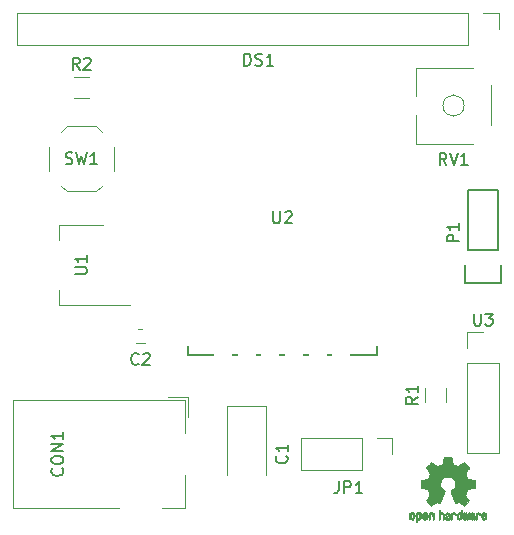
<source format=gto>
G04 #@! TF.FileFunction,Legend,Top*
%FSLAX46Y46*%
G04 Gerber Fmt 4.6, Leading zero omitted, Abs format (unit mm)*
G04 Created by KiCad (PCBNEW 4.0.5+dfsg1-4) date Sat Dec 16 07:09:28 2017*
%MOMM*%
%LPD*%
G01*
G04 APERTURE LIST*
%ADD10C,0.100000*%
%ADD11C,0.152400*%
%ADD12C,0.120000*%
%ADD13C,0.150000*%
%ADD14C,0.010000*%
%ADD15R,2.900000X1.500000*%
%ADD16R,1.500000X2.900000*%
%ADD17R,2.900000X3.600000*%
%ADD18R,1.600000X1.150000*%
%ADD19R,3.000000X3.000000*%
%ADD20C,3.000000*%
%ADD21R,2.100000X2.100000*%
%ADD22O,2.100000X2.100000*%
%ADD23R,2.432000X2.127200*%
%ADD24O,2.432000X2.127200*%
%ADD25R,1.700000X1.900000*%
%ADD26R,1.900000X1.700000*%
%ADD27C,2.020000*%
%ADD28R,2.400000X4.200000*%
%ADD29R,2.400000X1.900000*%
%ADD30R,2.100000X1.400000*%
G04 APERTURE END LIST*
D10*
D11*
X167984000Y-97859000D02*
X167984000Y-98621000D01*
X167984000Y-98621000D02*
X183986000Y-98621000D01*
X183986000Y-98621000D02*
X183986000Y-97859000D01*
D12*
X174650000Y-102950000D02*
X174650000Y-108750000D01*
X171350000Y-102950000D02*
X171350000Y-108750000D01*
X174650000Y-102950000D02*
X171350000Y-102950000D01*
X164350000Y-97600000D02*
X163650000Y-97600000D01*
X163650000Y-96400000D02*
X164350000Y-96400000D01*
X162200000Y-111600000D02*
X153200000Y-111600000D01*
X153200000Y-111600000D02*
X153200000Y-102400000D01*
X153200000Y-102400000D02*
X167800000Y-102400000D01*
X167800000Y-102400000D02*
X167800000Y-105200000D01*
X167800000Y-108800000D02*
X167800000Y-111600000D01*
X167800000Y-111600000D02*
X165800000Y-111600000D01*
X166300000Y-102160000D02*
X168040000Y-102160000D01*
X168040000Y-102160000D02*
X168040000Y-103900000D01*
X153570000Y-69670000D02*
X153570000Y-72330000D01*
X191730000Y-69670000D02*
X153570000Y-69670000D01*
X191730000Y-72330000D02*
X153570000Y-72330000D01*
X191730000Y-69670000D02*
X191730000Y-72330000D01*
X193000000Y-69670000D02*
X194330000Y-69670000D01*
X194330000Y-69670000D02*
X194330000Y-71000000D01*
D13*
X194270000Y-89730000D02*
X194270000Y-84650000D01*
X194270000Y-84650000D02*
X191730000Y-84650000D01*
X191730000Y-84650000D02*
X191730000Y-89730000D01*
X191450000Y-92550000D02*
X191450000Y-91000000D01*
X191730000Y-89730000D02*
X194270000Y-89730000D01*
X194550000Y-91000000D02*
X194550000Y-92550000D01*
X194550000Y-92550000D02*
X191450000Y-92550000D01*
D12*
X189880000Y-101400000D02*
X189880000Y-102600000D01*
X188120000Y-102600000D02*
X188120000Y-101400000D01*
X159600000Y-76880000D02*
X158400000Y-76880000D01*
X158400000Y-75120000D02*
X159600000Y-75120000D01*
X191400000Y-77500000D02*
G75*
G03X191400000Y-77500000I-900000J0D01*
G01*
X192127000Y-80710000D02*
X187290000Y-80710000D01*
X192127000Y-74290000D02*
X187290000Y-74290000D01*
X193710000Y-79242000D02*
X193710000Y-75757000D01*
X187290000Y-80710000D02*
X187290000Y-78257000D01*
X187290000Y-76742000D02*
X187290000Y-74290000D01*
X157090000Y-87590000D02*
X157090000Y-88850000D01*
X157090000Y-94410000D02*
X157090000Y-93150000D01*
X160850000Y-87590000D02*
X157090000Y-87590000D01*
X163100000Y-94410000D02*
X157090000Y-94410000D01*
X160700000Y-79700000D02*
X160250000Y-79250000D01*
X157300000Y-79700000D02*
X157750000Y-79250000D01*
X157300000Y-84300000D02*
X157750000Y-84750000D01*
X160700000Y-84300000D02*
X160250000Y-84750000D01*
X156250000Y-83000000D02*
X156250000Y-81000000D01*
X160250000Y-79250000D02*
X157750000Y-79250000D01*
X161750000Y-83000000D02*
X161750000Y-81000000D01*
X160250000Y-84750000D02*
X157750000Y-84750000D01*
X177590000Y-105670000D02*
X177590000Y-108330000D01*
X182730000Y-105670000D02*
X177590000Y-105670000D01*
X182730000Y-108330000D02*
X177590000Y-108330000D01*
X182730000Y-105670000D02*
X182730000Y-108330000D01*
X184000000Y-105670000D02*
X185330000Y-105670000D01*
X185330000Y-105670000D02*
X185330000Y-107000000D01*
X191670000Y-106950000D02*
X194330000Y-106950000D01*
X191670000Y-99270000D02*
X191670000Y-106950000D01*
X194330000Y-99270000D02*
X194330000Y-106950000D01*
X191670000Y-99270000D02*
X194330000Y-99270000D01*
X191670000Y-98000000D02*
X191670000Y-96670000D01*
X191670000Y-96670000D02*
X193000000Y-96670000D01*
D14*
G36*
X187599744Y-111919918D02*
X187655201Y-111947568D01*
X187704148Y-111998480D01*
X187717629Y-112017338D01*
X187732314Y-112042015D01*
X187741842Y-112068816D01*
X187747293Y-112104587D01*
X187749747Y-112156169D01*
X187750286Y-112224267D01*
X187747852Y-112317588D01*
X187739394Y-112387657D01*
X187723174Y-112439931D01*
X187697454Y-112479869D01*
X187660497Y-112512929D01*
X187657782Y-112514886D01*
X187621360Y-112534908D01*
X187577502Y-112544815D01*
X187521724Y-112547257D01*
X187431048Y-112547257D01*
X187431010Y-112635283D01*
X187430166Y-112684308D01*
X187425024Y-112713065D01*
X187411587Y-112730311D01*
X187385858Y-112744808D01*
X187379679Y-112747769D01*
X187350764Y-112761648D01*
X187328376Y-112770414D01*
X187311729Y-112771171D01*
X187300036Y-112761023D01*
X187292510Y-112737073D01*
X187288366Y-112696426D01*
X187286815Y-112636186D01*
X187287071Y-112553455D01*
X187288349Y-112445339D01*
X187288748Y-112413000D01*
X187290185Y-112301524D01*
X187291472Y-112228603D01*
X187430971Y-112228603D01*
X187431755Y-112290499D01*
X187435240Y-112330997D01*
X187443124Y-112357708D01*
X187457105Y-112378244D01*
X187466597Y-112388260D01*
X187505404Y-112417567D01*
X187539763Y-112419952D01*
X187575216Y-112395750D01*
X187576114Y-112394857D01*
X187590539Y-112376153D01*
X187599313Y-112350732D01*
X187603739Y-112311584D01*
X187605118Y-112251697D01*
X187605143Y-112238430D01*
X187601812Y-112155901D01*
X187590969Y-112098691D01*
X187571340Y-112063766D01*
X187541650Y-112048094D01*
X187524491Y-112046514D01*
X187483766Y-112053926D01*
X187455832Y-112078330D01*
X187439017Y-112122980D01*
X187431650Y-112191130D01*
X187430971Y-112228603D01*
X187291472Y-112228603D01*
X187291708Y-112215245D01*
X187293677Y-112150333D01*
X187296450Y-112102958D01*
X187300388Y-112069290D01*
X187305849Y-112045498D01*
X187313192Y-112027753D01*
X187322777Y-112012224D01*
X187326887Y-112006381D01*
X187381405Y-111951185D01*
X187450336Y-111919890D01*
X187530072Y-111911165D01*
X187599744Y-111919918D01*
X187599744Y-111919918D01*
G37*
X187599744Y-111919918D02*
X187655201Y-111947568D01*
X187704148Y-111998480D01*
X187717629Y-112017338D01*
X187732314Y-112042015D01*
X187741842Y-112068816D01*
X187747293Y-112104587D01*
X187749747Y-112156169D01*
X187750286Y-112224267D01*
X187747852Y-112317588D01*
X187739394Y-112387657D01*
X187723174Y-112439931D01*
X187697454Y-112479869D01*
X187660497Y-112512929D01*
X187657782Y-112514886D01*
X187621360Y-112534908D01*
X187577502Y-112544815D01*
X187521724Y-112547257D01*
X187431048Y-112547257D01*
X187431010Y-112635283D01*
X187430166Y-112684308D01*
X187425024Y-112713065D01*
X187411587Y-112730311D01*
X187385858Y-112744808D01*
X187379679Y-112747769D01*
X187350764Y-112761648D01*
X187328376Y-112770414D01*
X187311729Y-112771171D01*
X187300036Y-112761023D01*
X187292510Y-112737073D01*
X187288366Y-112696426D01*
X187286815Y-112636186D01*
X187287071Y-112553455D01*
X187288349Y-112445339D01*
X187288748Y-112413000D01*
X187290185Y-112301524D01*
X187291472Y-112228603D01*
X187430971Y-112228603D01*
X187431755Y-112290499D01*
X187435240Y-112330997D01*
X187443124Y-112357708D01*
X187457105Y-112378244D01*
X187466597Y-112388260D01*
X187505404Y-112417567D01*
X187539763Y-112419952D01*
X187575216Y-112395750D01*
X187576114Y-112394857D01*
X187590539Y-112376153D01*
X187599313Y-112350732D01*
X187603739Y-112311584D01*
X187605118Y-112251697D01*
X187605143Y-112238430D01*
X187601812Y-112155901D01*
X187590969Y-112098691D01*
X187571340Y-112063766D01*
X187541650Y-112048094D01*
X187524491Y-112046514D01*
X187483766Y-112053926D01*
X187455832Y-112078330D01*
X187439017Y-112122980D01*
X187431650Y-112191130D01*
X187430971Y-112228603D01*
X187291472Y-112228603D01*
X187291708Y-112215245D01*
X187293677Y-112150333D01*
X187296450Y-112102958D01*
X187300388Y-112069290D01*
X187305849Y-112045498D01*
X187313192Y-112027753D01*
X187322777Y-112012224D01*
X187326887Y-112006381D01*
X187381405Y-111951185D01*
X187450336Y-111919890D01*
X187530072Y-111911165D01*
X187599744Y-111919918D01*
G36*
X188716093Y-111927780D02*
X188762672Y-111954723D01*
X188795057Y-111981466D01*
X188818742Y-112009484D01*
X188835059Y-112043748D01*
X188845339Y-112089227D01*
X188850914Y-112150892D01*
X188853116Y-112233711D01*
X188853371Y-112293246D01*
X188853371Y-112512391D01*
X188791686Y-112540044D01*
X188730000Y-112567697D01*
X188722743Y-112327670D01*
X188719744Y-112238028D01*
X188716598Y-112172962D01*
X188712701Y-112128026D01*
X188707447Y-112098770D01*
X188700231Y-112080748D01*
X188690450Y-112069511D01*
X188687312Y-112067079D01*
X188639761Y-112048083D01*
X188591697Y-112055600D01*
X188563086Y-112075543D01*
X188551447Y-112089675D01*
X188543391Y-112108220D01*
X188538271Y-112136334D01*
X188535441Y-112179173D01*
X188534256Y-112241895D01*
X188534057Y-112307261D01*
X188534018Y-112389268D01*
X188532614Y-112447316D01*
X188527914Y-112486465D01*
X188517987Y-112511780D01*
X188500903Y-112528323D01*
X188474732Y-112541156D01*
X188439775Y-112554491D01*
X188401596Y-112569007D01*
X188406141Y-112311389D01*
X188407971Y-112218519D01*
X188410112Y-112149889D01*
X188413181Y-112100711D01*
X188417794Y-112066198D01*
X188424568Y-112041562D01*
X188434119Y-112022016D01*
X188445634Y-112004770D01*
X188501190Y-111949680D01*
X188568980Y-111917822D01*
X188642713Y-111910191D01*
X188716093Y-111927780D01*
X188716093Y-111927780D01*
G37*
X188716093Y-111927780D02*
X188762672Y-111954723D01*
X188795057Y-111981466D01*
X188818742Y-112009484D01*
X188835059Y-112043748D01*
X188845339Y-112089227D01*
X188850914Y-112150892D01*
X188853116Y-112233711D01*
X188853371Y-112293246D01*
X188853371Y-112512391D01*
X188791686Y-112540044D01*
X188730000Y-112567697D01*
X188722743Y-112327670D01*
X188719744Y-112238028D01*
X188716598Y-112172962D01*
X188712701Y-112128026D01*
X188707447Y-112098770D01*
X188700231Y-112080748D01*
X188690450Y-112069511D01*
X188687312Y-112067079D01*
X188639761Y-112048083D01*
X188591697Y-112055600D01*
X188563086Y-112075543D01*
X188551447Y-112089675D01*
X188543391Y-112108220D01*
X188538271Y-112136334D01*
X188535441Y-112179173D01*
X188534256Y-112241895D01*
X188534057Y-112307261D01*
X188534018Y-112389268D01*
X188532614Y-112447316D01*
X188527914Y-112486465D01*
X188517987Y-112511780D01*
X188500903Y-112528323D01*
X188474732Y-112541156D01*
X188439775Y-112554491D01*
X188401596Y-112569007D01*
X188406141Y-112311389D01*
X188407971Y-112218519D01*
X188410112Y-112149889D01*
X188413181Y-112100711D01*
X188417794Y-112066198D01*
X188424568Y-112041562D01*
X188434119Y-112022016D01*
X188445634Y-112004770D01*
X188501190Y-111949680D01*
X188568980Y-111917822D01*
X188642713Y-111910191D01*
X188716093Y-111927780D01*
G36*
X187041115Y-111921962D02*
X187109145Y-111957733D01*
X187159351Y-112015301D01*
X187177185Y-112052312D01*
X187191063Y-112107882D01*
X187198167Y-112178096D01*
X187198840Y-112254727D01*
X187193427Y-112329552D01*
X187182270Y-112394342D01*
X187165714Y-112440873D01*
X187160626Y-112448887D01*
X187100355Y-112508707D01*
X187028769Y-112544535D01*
X186951092Y-112555020D01*
X186872548Y-112538810D01*
X186850689Y-112529092D01*
X186808122Y-112499143D01*
X186770763Y-112459433D01*
X186767232Y-112454397D01*
X186752881Y-112430124D01*
X186743394Y-112404178D01*
X186737790Y-112370022D01*
X186735086Y-112321119D01*
X186734299Y-112250935D01*
X186734286Y-112235200D01*
X186734322Y-112230192D01*
X186879429Y-112230192D01*
X186880273Y-112296430D01*
X186883596Y-112340386D01*
X186890583Y-112368779D01*
X186902416Y-112388325D01*
X186908457Y-112394857D01*
X186943186Y-112419680D01*
X186976903Y-112418548D01*
X187010995Y-112397016D01*
X187031329Y-112374029D01*
X187043371Y-112340478D01*
X187050134Y-112287569D01*
X187050598Y-112281399D01*
X187051752Y-112185513D01*
X187039688Y-112114299D01*
X187014570Y-112068194D01*
X186976560Y-112047635D01*
X186962992Y-112046514D01*
X186927364Y-112052152D01*
X186902994Y-112071686D01*
X186888093Y-112109042D01*
X186880875Y-112168150D01*
X186879429Y-112230192D01*
X186734322Y-112230192D01*
X186734826Y-112160413D01*
X186737096Y-112108159D01*
X186742068Y-112071949D01*
X186750713Y-112045299D01*
X186764005Y-112021722D01*
X186766943Y-112017338D01*
X186816313Y-111958249D01*
X186870109Y-111923947D01*
X186935602Y-111910331D01*
X186957842Y-111909665D01*
X187041115Y-111921962D01*
X187041115Y-111921962D01*
G37*
X187041115Y-111921962D02*
X187109145Y-111957733D01*
X187159351Y-112015301D01*
X187177185Y-112052312D01*
X187191063Y-112107882D01*
X187198167Y-112178096D01*
X187198840Y-112254727D01*
X187193427Y-112329552D01*
X187182270Y-112394342D01*
X187165714Y-112440873D01*
X187160626Y-112448887D01*
X187100355Y-112508707D01*
X187028769Y-112544535D01*
X186951092Y-112555020D01*
X186872548Y-112538810D01*
X186850689Y-112529092D01*
X186808122Y-112499143D01*
X186770763Y-112459433D01*
X186767232Y-112454397D01*
X186752881Y-112430124D01*
X186743394Y-112404178D01*
X186737790Y-112370022D01*
X186735086Y-112321119D01*
X186734299Y-112250935D01*
X186734286Y-112235200D01*
X186734322Y-112230192D01*
X186879429Y-112230192D01*
X186880273Y-112296430D01*
X186883596Y-112340386D01*
X186890583Y-112368779D01*
X186902416Y-112388325D01*
X186908457Y-112394857D01*
X186943186Y-112419680D01*
X186976903Y-112418548D01*
X187010995Y-112397016D01*
X187031329Y-112374029D01*
X187043371Y-112340478D01*
X187050134Y-112287569D01*
X187050598Y-112281399D01*
X187051752Y-112185513D01*
X187039688Y-112114299D01*
X187014570Y-112068194D01*
X186976560Y-112047635D01*
X186962992Y-112046514D01*
X186927364Y-112052152D01*
X186902994Y-112071686D01*
X186888093Y-112109042D01*
X186880875Y-112168150D01*
X186879429Y-112230192D01*
X186734322Y-112230192D01*
X186734826Y-112160413D01*
X186737096Y-112108159D01*
X186742068Y-112071949D01*
X186750713Y-112045299D01*
X186764005Y-112021722D01*
X186766943Y-112017338D01*
X186816313Y-111958249D01*
X186870109Y-111923947D01*
X186935602Y-111910331D01*
X186957842Y-111909665D01*
X187041115Y-111921962D01*
G36*
X188168303Y-111931239D02*
X188225527Y-111969735D01*
X188269749Y-112025335D01*
X188296167Y-112096086D01*
X188301510Y-112148162D01*
X188300903Y-112169893D01*
X188295822Y-112186531D01*
X188281855Y-112201437D01*
X188254589Y-112217973D01*
X188209612Y-112239498D01*
X188142511Y-112269374D01*
X188142171Y-112269524D01*
X188080407Y-112297813D01*
X188029759Y-112322933D01*
X187995404Y-112342179D01*
X187982518Y-112352848D01*
X187982514Y-112352934D01*
X187993872Y-112376166D01*
X188020431Y-112401774D01*
X188050923Y-112420221D01*
X188066370Y-112423886D01*
X188108515Y-112411212D01*
X188144808Y-112379471D01*
X188162517Y-112344572D01*
X188179552Y-112318845D01*
X188212922Y-112289546D01*
X188252149Y-112264235D01*
X188286756Y-112250471D01*
X188293993Y-112249714D01*
X188302139Y-112262160D01*
X188302630Y-112293972D01*
X188296643Y-112336866D01*
X188285357Y-112382558D01*
X188269950Y-112422761D01*
X188269171Y-112424322D01*
X188222804Y-112489062D01*
X188162711Y-112533097D01*
X188094465Y-112554711D01*
X188023638Y-112552185D01*
X187955804Y-112523804D01*
X187952788Y-112521808D01*
X187899427Y-112473448D01*
X187864340Y-112410352D01*
X187844922Y-112327387D01*
X187842316Y-112304078D01*
X187837701Y-112194055D01*
X187843233Y-112142748D01*
X187982514Y-112142748D01*
X187984324Y-112174753D01*
X187994222Y-112184093D01*
X188018898Y-112177105D01*
X188057795Y-112160587D01*
X188101275Y-112139881D01*
X188102356Y-112139333D01*
X188139209Y-112119949D01*
X188154000Y-112107013D01*
X188150353Y-112093451D01*
X188134995Y-112075632D01*
X188095923Y-112049845D01*
X188053846Y-112047950D01*
X188016103Y-112066717D01*
X187990034Y-112102915D01*
X187982514Y-112142748D01*
X187843233Y-112142748D01*
X187847194Y-112106027D01*
X187871550Y-112036212D01*
X187905456Y-111987302D01*
X187966653Y-111937878D01*
X188034063Y-111913359D01*
X188102880Y-111911797D01*
X188168303Y-111931239D01*
X188168303Y-111931239D01*
G37*
X188168303Y-111931239D02*
X188225527Y-111969735D01*
X188269749Y-112025335D01*
X188296167Y-112096086D01*
X188301510Y-112148162D01*
X188300903Y-112169893D01*
X188295822Y-112186531D01*
X188281855Y-112201437D01*
X188254589Y-112217973D01*
X188209612Y-112239498D01*
X188142511Y-112269374D01*
X188142171Y-112269524D01*
X188080407Y-112297813D01*
X188029759Y-112322933D01*
X187995404Y-112342179D01*
X187982518Y-112352848D01*
X187982514Y-112352934D01*
X187993872Y-112376166D01*
X188020431Y-112401774D01*
X188050923Y-112420221D01*
X188066370Y-112423886D01*
X188108515Y-112411212D01*
X188144808Y-112379471D01*
X188162517Y-112344572D01*
X188179552Y-112318845D01*
X188212922Y-112289546D01*
X188252149Y-112264235D01*
X188286756Y-112250471D01*
X188293993Y-112249714D01*
X188302139Y-112262160D01*
X188302630Y-112293972D01*
X188296643Y-112336866D01*
X188285357Y-112382558D01*
X188269950Y-112422761D01*
X188269171Y-112424322D01*
X188222804Y-112489062D01*
X188162711Y-112533097D01*
X188094465Y-112554711D01*
X188023638Y-112552185D01*
X187955804Y-112523804D01*
X187952788Y-112521808D01*
X187899427Y-112473448D01*
X187864340Y-112410352D01*
X187844922Y-112327387D01*
X187842316Y-112304078D01*
X187837701Y-112194055D01*
X187843233Y-112142748D01*
X187982514Y-112142748D01*
X187984324Y-112174753D01*
X187994222Y-112184093D01*
X188018898Y-112177105D01*
X188057795Y-112160587D01*
X188101275Y-112139881D01*
X188102356Y-112139333D01*
X188139209Y-112119949D01*
X188154000Y-112107013D01*
X188150353Y-112093451D01*
X188134995Y-112075632D01*
X188095923Y-112049845D01*
X188053846Y-112047950D01*
X188016103Y-112066717D01*
X187990034Y-112102915D01*
X187982514Y-112142748D01*
X187843233Y-112142748D01*
X187847194Y-112106027D01*
X187871550Y-112036212D01*
X187905456Y-111987302D01*
X187966653Y-111937878D01*
X188034063Y-111913359D01*
X188102880Y-111911797D01*
X188168303Y-111931239D01*
G36*
X189375886Y-111851289D02*
X189380139Y-111910613D01*
X189385025Y-111945572D01*
X189391795Y-111960820D01*
X189401702Y-111961015D01*
X189404914Y-111959195D01*
X189447644Y-111946015D01*
X189503227Y-111946785D01*
X189559737Y-111960333D01*
X189595082Y-111977861D01*
X189631321Y-112005861D01*
X189657813Y-112037549D01*
X189675999Y-112077813D01*
X189687322Y-112131543D01*
X189693222Y-112203626D01*
X189695143Y-112298951D01*
X189695177Y-112317237D01*
X189695200Y-112522646D01*
X189649491Y-112538580D01*
X189617027Y-112549420D01*
X189599215Y-112554468D01*
X189598691Y-112554514D01*
X189596937Y-112540828D01*
X189595444Y-112503076D01*
X189594326Y-112446224D01*
X189593697Y-112375234D01*
X189593600Y-112332073D01*
X189593398Y-112246973D01*
X189592358Y-112185981D01*
X189589831Y-112144177D01*
X189585164Y-112116642D01*
X189577707Y-112098456D01*
X189566811Y-112084698D01*
X189560007Y-112078073D01*
X189513272Y-112051375D01*
X189462272Y-112049375D01*
X189416001Y-112071955D01*
X189407444Y-112080107D01*
X189394893Y-112095436D01*
X189386188Y-112113618D01*
X189380631Y-112139909D01*
X189377526Y-112179562D01*
X189376176Y-112237832D01*
X189375886Y-112318173D01*
X189375886Y-112522646D01*
X189330177Y-112538580D01*
X189297713Y-112549420D01*
X189279901Y-112554468D01*
X189279377Y-112554514D01*
X189278037Y-112540623D01*
X189276828Y-112501439D01*
X189275801Y-112440700D01*
X189275002Y-112362141D01*
X189274481Y-112269498D01*
X189274286Y-112166509D01*
X189274286Y-111769342D01*
X189321457Y-111749444D01*
X189368629Y-111729547D01*
X189375886Y-111851289D01*
X189375886Y-111851289D01*
G37*
X189375886Y-111851289D02*
X189380139Y-111910613D01*
X189385025Y-111945572D01*
X189391795Y-111960820D01*
X189401702Y-111961015D01*
X189404914Y-111959195D01*
X189447644Y-111946015D01*
X189503227Y-111946785D01*
X189559737Y-111960333D01*
X189595082Y-111977861D01*
X189631321Y-112005861D01*
X189657813Y-112037549D01*
X189675999Y-112077813D01*
X189687322Y-112131543D01*
X189693222Y-112203626D01*
X189695143Y-112298951D01*
X189695177Y-112317237D01*
X189695200Y-112522646D01*
X189649491Y-112538580D01*
X189617027Y-112549420D01*
X189599215Y-112554468D01*
X189598691Y-112554514D01*
X189596937Y-112540828D01*
X189595444Y-112503076D01*
X189594326Y-112446224D01*
X189593697Y-112375234D01*
X189593600Y-112332073D01*
X189593398Y-112246973D01*
X189592358Y-112185981D01*
X189589831Y-112144177D01*
X189585164Y-112116642D01*
X189577707Y-112098456D01*
X189566811Y-112084698D01*
X189560007Y-112078073D01*
X189513272Y-112051375D01*
X189462272Y-112049375D01*
X189416001Y-112071955D01*
X189407444Y-112080107D01*
X189394893Y-112095436D01*
X189386188Y-112113618D01*
X189380631Y-112139909D01*
X189377526Y-112179562D01*
X189376176Y-112237832D01*
X189375886Y-112318173D01*
X189375886Y-112522646D01*
X189330177Y-112538580D01*
X189297713Y-112549420D01*
X189279901Y-112554468D01*
X189279377Y-112554514D01*
X189278037Y-112540623D01*
X189276828Y-112501439D01*
X189275801Y-112440700D01*
X189275002Y-112362141D01*
X189274481Y-112269498D01*
X189274286Y-112166509D01*
X189274286Y-111769342D01*
X189321457Y-111749444D01*
X189368629Y-111729547D01*
X189375886Y-111851289D01*
G36*
X190039744Y-111950968D02*
X190096616Y-111972087D01*
X190097267Y-111972493D01*
X190132440Y-111998380D01*
X190158407Y-112028633D01*
X190176670Y-112068058D01*
X190188732Y-112121462D01*
X190196096Y-112193651D01*
X190200264Y-112289432D01*
X190200629Y-112303078D01*
X190205876Y-112508842D01*
X190161716Y-112531678D01*
X190129763Y-112547110D01*
X190110470Y-112554423D01*
X190109578Y-112554514D01*
X190106239Y-112541022D01*
X190103587Y-112504626D01*
X190101956Y-112451452D01*
X190101600Y-112408393D01*
X190101592Y-112338641D01*
X190098403Y-112294837D01*
X190087288Y-112273944D01*
X190063501Y-112272925D01*
X190022296Y-112288741D01*
X189960086Y-112317815D01*
X189914341Y-112341963D01*
X189890813Y-112362913D01*
X189883896Y-112385747D01*
X189883886Y-112386877D01*
X189895299Y-112426212D01*
X189929092Y-112447462D01*
X189980809Y-112450539D01*
X190018061Y-112450006D01*
X190037703Y-112460735D01*
X190049952Y-112486505D01*
X190057002Y-112519337D01*
X190046842Y-112537966D01*
X190043017Y-112540632D01*
X190007001Y-112551340D01*
X189956566Y-112552856D01*
X189904626Y-112545759D01*
X189867822Y-112532788D01*
X189816938Y-112489585D01*
X189788014Y-112429446D01*
X189782286Y-112382462D01*
X189786657Y-112340082D01*
X189802475Y-112305488D01*
X189833797Y-112274763D01*
X189884678Y-112243990D01*
X189959176Y-112209252D01*
X189963714Y-112207288D01*
X190030821Y-112176287D01*
X190072232Y-112150862D01*
X190089981Y-112128014D01*
X190086107Y-112104745D01*
X190062643Y-112078056D01*
X190055627Y-112071914D01*
X190008630Y-112048100D01*
X189959933Y-112049103D01*
X189917522Y-112072451D01*
X189889384Y-112115675D01*
X189886769Y-112124160D01*
X189861308Y-112165308D01*
X189829001Y-112185128D01*
X189782286Y-112204770D01*
X189782286Y-112153950D01*
X189796496Y-112080082D01*
X189838675Y-112012327D01*
X189860624Y-111989661D01*
X189910517Y-111960569D01*
X189973967Y-111947400D01*
X190039744Y-111950968D01*
X190039744Y-111950968D01*
G37*
X190039744Y-111950968D02*
X190096616Y-111972087D01*
X190097267Y-111972493D01*
X190132440Y-111998380D01*
X190158407Y-112028633D01*
X190176670Y-112068058D01*
X190188732Y-112121462D01*
X190196096Y-112193651D01*
X190200264Y-112289432D01*
X190200629Y-112303078D01*
X190205876Y-112508842D01*
X190161716Y-112531678D01*
X190129763Y-112547110D01*
X190110470Y-112554423D01*
X190109578Y-112554514D01*
X190106239Y-112541022D01*
X190103587Y-112504626D01*
X190101956Y-112451452D01*
X190101600Y-112408393D01*
X190101592Y-112338641D01*
X190098403Y-112294837D01*
X190087288Y-112273944D01*
X190063501Y-112272925D01*
X190022296Y-112288741D01*
X189960086Y-112317815D01*
X189914341Y-112341963D01*
X189890813Y-112362913D01*
X189883896Y-112385747D01*
X189883886Y-112386877D01*
X189895299Y-112426212D01*
X189929092Y-112447462D01*
X189980809Y-112450539D01*
X190018061Y-112450006D01*
X190037703Y-112460735D01*
X190049952Y-112486505D01*
X190057002Y-112519337D01*
X190046842Y-112537966D01*
X190043017Y-112540632D01*
X190007001Y-112551340D01*
X189956566Y-112552856D01*
X189904626Y-112545759D01*
X189867822Y-112532788D01*
X189816938Y-112489585D01*
X189788014Y-112429446D01*
X189782286Y-112382462D01*
X189786657Y-112340082D01*
X189802475Y-112305488D01*
X189833797Y-112274763D01*
X189884678Y-112243990D01*
X189959176Y-112209252D01*
X189963714Y-112207288D01*
X190030821Y-112176287D01*
X190072232Y-112150862D01*
X190089981Y-112128014D01*
X190086107Y-112104745D01*
X190062643Y-112078056D01*
X190055627Y-112071914D01*
X190008630Y-112048100D01*
X189959933Y-112049103D01*
X189917522Y-112072451D01*
X189889384Y-112115675D01*
X189886769Y-112124160D01*
X189861308Y-112165308D01*
X189829001Y-112185128D01*
X189782286Y-112204770D01*
X189782286Y-112153950D01*
X189796496Y-112080082D01*
X189838675Y-112012327D01*
X189860624Y-111989661D01*
X189910517Y-111960569D01*
X189973967Y-111947400D01*
X190039744Y-111950968D01*
G36*
X190529926Y-111949755D02*
X190595858Y-111974084D01*
X190649273Y-112017117D01*
X190670164Y-112047409D01*
X190692939Y-112102994D01*
X190692466Y-112143186D01*
X190668562Y-112170217D01*
X190659717Y-112174813D01*
X190621530Y-112189144D01*
X190602028Y-112185472D01*
X190595422Y-112161407D01*
X190595086Y-112148114D01*
X190582992Y-112099210D01*
X190551471Y-112064999D01*
X190507659Y-112048476D01*
X190458695Y-112052634D01*
X190418894Y-112074227D01*
X190405450Y-112086544D01*
X190395921Y-112101487D01*
X190389485Y-112124075D01*
X190385317Y-112159328D01*
X190382597Y-112212266D01*
X190380502Y-112287907D01*
X190379960Y-112311857D01*
X190377981Y-112393790D01*
X190375731Y-112451455D01*
X190372357Y-112489608D01*
X190367006Y-112513004D01*
X190358824Y-112526398D01*
X190346959Y-112534545D01*
X190339362Y-112538144D01*
X190307102Y-112550452D01*
X190288111Y-112554514D01*
X190281836Y-112540948D01*
X190278006Y-112499934D01*
X190276600Y-112430999D01*
X190277598Y-112333669D01*
X190277908Y-112318657D01*
X190280101Y-112229859D01*
X190282693Y-112165019D01*
X190286382Y-112119067D01*
X190291864Y-112086935D01*
X190299835Y-112063553D01*
X190310993Y-112043852D01*
X190316830Y-112035410D01*
X190350296Y-111998057D01*
X190387727Y-111969003D01*
X190392309Y-111966467D01*
X190459426Y-111946443D01*
X190529926Y-111949755D01*
X190529926Y-111949755D01*
G37*
X190529926Y-111949755D02*
X190595858Y-111974084D01*
X190649273Y-112017117D01*
X190670164Y-112047409D01*
X190692939Y-112102994D01*
X190692466Y-112143186D01*
X190668562Y-112170217D01*
X190659717Y-112174813D01*
X190621530Y-112189144D01*
X190602028Y-112185472D01*
X190595422Y-112161407D01*
X190595086Y-112148114D01*
X190582992Y-112099210D01*
X190551471Y-112064999D01*
X190507659Y-112048476D01*
X190458695Y-112052634D01*
X190418894Y-112074227D01*
X190405450Y-112086544D01*
X190395921Y-112101487D01*
X190389485Y-112124075D01*
X190385317Y-112159328D01*
X190382597Y-112212266D01*
X190380502Y-112287907D01*
X190379960Y-112311857D01*
X190377981Y-112393790D01*
X190375731Y-112451455D01*
X190372357Y-112489608D01*
X190367006Y-112513004D01*
X190358824Y-112526398D01*
X190346959Y-112534545D01*
X190339362Y-112538144D01*
X190307102Y-112550452D01*
X190288111Y-112554514D01*
X190281836Y-112540948D01*
X190278006Y-112499934D01*
X190276600Y-112430999D01*
X190277598Y-112333669D01*
X190277908Y-112318657D01*
X190280101Y-112229859D01*
X190282693Y-112165019D01*
X190286382Y-112119067D01*
X190291864Y-112086935D01*
X190299835Y-112063553D01*
X190310993Y-112043852D01*
X190316830Y-112035410D01*
X190350296Y-111998057D01*
X190387727Y-111969003D01*
X190392309Y-111966467D01*
X190459426Y-111946443D01*
X190529926Y-111949755D01*
G36*
X191190117Y-112065358D02*
X191189933Y-112173837D01*
X191189219Y-112257287D01*
X191187675Y-112319704D01*
X191185001Y-112365085D01*
X191180894Y-112397429D01*
X191175055Y-112420733D01*
X191167182Y-112438995D01*
X191161221Y-112449418D01*
X191111855Y-112505945D01*
X191049264Y-112541377D01*
X190980013Y-112554090D01*
X190910668Y-112542463D01*
X190869375Y-112521568D01*
X190826025Y-112485422D01*
X190796481Y-112441276D01*
X190778655Y-112383462D01*
X190770463Y-112306313D01*
X190769302Y-112249714D01*
X190769458Y-112245647D01*
X190870857Y-112245647D01*
X190871476Y-112310550D01*
X190874314Y-112353514D01*
X190880840Y-112381622D01*
X190892523Y-112401953D01*
X190906483Y-112417288D01*
X190953365Y-112446890D01*
X191003701Y-112449419D01*
X191051276Y-112424705D01*
X191054979Y-112421356D01*
X191070783Y-112403935D01*
X191080693Y-112383209D01*
X191086058Y-112352362D01*
X191088228Y-112304577D01*
X191088571Y-112251748D01*
X191087827Y-112185381D01*
X191084748Y-112141106D01*
X191078061Y-112112009D01*
X191066496Y-112091173D01*
X191057013Y-112080107D01*
X191012960Y-112052198D01*
X190962224Y-112048843D01*
X190913796Y-112070159D01*
X190904450Y-112078073D01*
X190888540Y-112095647D01*
X190878610Y-112116587D01*
X190873278Y-112147782D01*
X190871163Y-112196122D01*
X190870857Y-112245647D01*
X190769458Y-112245647D01*
X190772810Y-112158568D01*
X190784726Y-112090086D01*
X190807135Y-112038600D01*
X190842124Y-111998443D01*
X190869375Y-111977861D01*
X190918907Y-111955625D01*
X190976316Y-111945304D01*
X191029682Y-111948067D01*
X191059543Y-111959212D01*
X191071261Y-111962383D01*
X191079037Y-111950557D01*
X191084465Y-111918866D01*
X191088571Y-111870593D01*
X191093067Y-111816829D01*
X191099313Y-111784482D01*
X191110676Y-111765985D01*
X191130528Y-111753770D01*
X191143000Y-111748362D01*
X191190171Y-111728601D01*
X191190117Y-112065358D01*
X191190117Y-112065358D01*
G37*
X191190117Y-112065358D02*
X191189933Y-112173837D01*
X191189219Y-112257287D01*
X191187675Y-112319704D01*
X191185001Y-112365085D01*
X191180894Y-112397429D01*
X191175055Y-112420733D01*
X191167182Y-112438995D01*
X191161221Y-112449418D01*
X191111855Y-112505945D01*
X191049264Y-112541377D01*
X190980013Y-112554090D01*
X190910668Y-112542463D01*
X190869375Y-112521568D01*
X190826025Y-112485422D01*
X190796481Y-112441276D01*
X190778655Y-112383462D01*
X190770463Y-112306313D01*
X190769302Y-112249714D01*
X190769458Y-112245647D01*
X190870857Y-112245647D01*
X190871476Y-112310550D01*
X190874314Y-112353514D01*
X190880840Y-112381622D01*
X190892523Y-112401953D01*
X190906483Y-112417288D01*
X190953365Y-112446890D01*
X191003701Y-112449419D01*
X191051276Y-112424705D01*
X191054979Y-112421356D01*
X191070783Y-112403935D01*
X191080693Y-112383209D01*
X191086058Y-112352362D01*
X191088228Y-112304577D01*
X191088571Y-112251748D01*
X191087827Y-112185381D01*
X191084748Y-112141106D01*
X191078061Y-112112009D01*
X191066496Y-112091173D01*
X191057013Y-112080107D01*
X191012960Y-112052198D01*
X190962224Y-112048843D01*
X190913796Y-112070159D01*
X190904450Y-112078073D01*
X190888540Y-112095647D01*
X190878610Y-112116587D01*
X190873278Y-112147782D01*
X190871163Y-112196122D01*
X190870857Y-112245647D01*
X190769458Y-112245647D01*
X190772810Y-112158568D01*
X190784726Y-112090086D01*
X190807135Y-112038600D01*
X190842124Y-111998443D01*
X190869375Y-111977861D01*
X190918907Y-111955625D01*
X190976316Y-111945304D01*
X191029682Y-111948067D01*
X191059543Y-111959212D01*
X191071261Y-111962383D01*
X191079037Y-111950557D01*
X191084465Y-111918866D01*
X191088571Y-111870593D01*
X191093067Y-111816829D01*
X191099313Y-111784482D01*
X191110676Y-111765985D01*
X191130528Y-111753770D01*
X191143000Y-111748362D01*
X191190171Y-111728601D01*
X191190117Y-112065358D01*
G36*
X191779833Y-111958663D02*
X191782048Y-111996850D01*
X191783784Y-112054886D01*
X191784899Y-112128180D01*
X191785257Y-112205055D01*
X191785257Y-112465196D01*
X191739326Y-112511127D01*
X191707675Y-112539429D01*
X191679890Y-112550893D01*
X191641915Y-112550168D01*
X191626840Y-112548321D01*
X191579726Y-112542948D01*
X191540756Y-112539869D01*
X191531257Y-112539585D01*
X191499233Y-112541445D01*
X191453432Y-112546114D01*
X191435674Y-112548321D01*
X191392057Y-112551735D01*
X191362745Y-112544320D01*
X191333680Y-112521427D01*
X191323188Y-112511127D01*
X191277257Y-112465196D01*
X191277257Y-111978602D01*
X191314226Y-111961758D01*
X191346059Y-111949282D01*
X191364683Y-111944914D01*
X191369458Y-111958718D01*
X191373921Y-111997286D01*
X191377775Y-112056356D01*
X191380722Y-112131663D01*
X191382143Y-112195286D01*
X191386114Y-112445657D01*
X191420759Y-112450556D01*
X191452268Y-112447131D01*
X191467708Y-112436041D01*
X191472023Y-112415308D01*
X191475708Y-112371145D01*
X191478469Y-112309146D01*
X191480012Y-112234909D01*
X191480235Y-112196706D01*
X191480457Y-111976783D01*
X191526166Y-111960849D01*
X191558518Y-111950015D01*
X191576115Y-111944962D01*
X191576623Y-111944914D01*
X191578388Y-111958648D01*
X191580329Y-111996730D01*
X191582282Y-112054482D01*
X191584084Y-112127227D01*
X191585343Y-112195286D01*
X191589314Y-112445657D01*
X191676400Y-112445657D01*
X191680396Y-112217240D01*
X191684392Y-111988822D01*
X191726847Y-111966868D01*
X191758192Y-111951793D01*
X191776744Y-111944951D01*
X191777279Y-111944914D01*
X191779833Y-111958663D01*
X191779833Y-111958663D01*
G37*
X191779833Y-111958663D02*
X191782048Y-111996850D01*
X191783784Y-112054886D01*
X191784899Y-112128180D01*
X191785257Y-112205055D01*
X191785257Y-112465196D01*
X191739326Y-112511127D01*
X191707675Y-112539429D01*
X191679890Y-112550893D01*
X191641915Y-112550168D01*
X191626840Y-112548321D01*
X191579726Y-112542948D01*
X191540756Y-112539869D01*
X191531257Y-112539585D01*
X191499233Y-112541445D01*
X191453432Y-112546114D01*
X191435674Y-112548321D01*
X191392057Y-112551735D01*
X191362745Y-112544320D01*
X191333680Y-112521427D01*
X191323188Y-112511127D01*
X191277257Y-112465196D01*
X191277257Y-111978602D01*
X191314226Y-111961758D01*
X191346059Y-111949282D01*
X191364683Y-111944914D01*
X191369458Y-111958718D01*
X191373921Y-111997286D01*
X191377775Y-112056356D01*
X191380722Y-112131663D01*
X191382143Y-112195286D01*
X191386114Y-112445657D01*
X191420759Y-112450556D01*
X191452268Y-112447131D01*
X191467708Y-112436041D01*
X191472023Y-112415308D01*
X191475708Y-112371145D01*
X191478469Y-112309146D01*
X191480012Y-112234909D01*
X191480235Y-112196706D01*
X191480457Y-111976783D01*
X191526166Y-111960849D01*
X191558518Y-111950015D01*
X191576115Y-111944962D01*
X191576623Y-111944914D01*
X191578388Y-111958648D01*
X191580329Y-111996730D01*
X191582282Y-112054482D01*
X191584084Y-112127227D01*
X191585343Y-112195286D01*
X191589314Y-112445657D01*
X191676400Y-112445657D01*
X191680396Y-112217240D01*
X191684392Y-111988822D01*
X191726847Y-111966868D01*
X191758192Y-111951793D01*
X191776744Y-111944951D01*
X191777279Y-111944914D01*
X191779833Y-111958663D01*
G36*
X192144876Y-111956335D02*
X192186667Y-111975344D01*
X192219469Y-111998378D01*
X192243503Y-112024133D01*
X192260097Y-112057358D01*
X192270577Y-112102800D01*
X192276271Y-112165207D01*
X192278507Y-112249327D01*
X192278743Y-112304721D01*
X192278743Y-112520826D01*
X192241774Y-112537670D01*
X192212656Y-112549981D01*
X192198231Y-112554514D01*
X192195472Y-112541025D01*
X192193282Y-112504653D01*
X192191942Y-112451542D01*
X192191657Y-112409372D01*
X192190434Y-112348447D01*
X192187136Y-112300115D01*
X192182321Y-112270518D01*
X192178496Y-112264229D01*
X192152783Y-112270652D01*
X192112418Y-112287125D01*
X192065679Y-112309458D01*
X192020845Y-112333457D01*
X191986193Y-112354930D01*
X191970002Y-112369685D01*
X191969938Y-112369845D01*
X191971330Y-112397152D01*
X191983818Y-112423219D01*
X192005743Y-112444392D01*
X192037743Y-112451474D01*
X192065092Y-112450649D01*
X192103826Y-112450042D01*
X192124158Y-112459116D01*
X192136369Y-112483092D01*
X192137909Y-112487613D01*
X192143203Y-112521806D01*
X192129047Y-112542568D01*
X192092148Y-112552462D01*
X192052289Y-112554292D01*
X191980562Y-112540727D01*
X191943432Y-112521355D01*
X191897576Y-112475845D01*
X191873256Y-112419983D01*
X191871073Y-112360957D01*
X191891629Y-112305953D01*
X191922549Y-112271486D01*
X191953420Y-112252189D01*
X192001942Y-112227759D01*
X192058485Y-112202985D01*
X192067910Y-112199199D01*
X192130019Y-112171791D01*
X192165822Y-112147634D01*
X192177337Y-112123619D01*
X192166580Y-112096635D01*
X192148114Y-112075543D01*
X192104469Y-112049572D01*
X192056446Y-112047624D01*
X192012406Y-112067637D01*
X191980709Y-112107551D01*
X191976549Y-112117848D01*
X191952327Y-112155724D01*
X191916965Y-112183842D01*
X191872343Y-112206917D01*
X191872343Y-112141485D01*
X191874969Y-112101506D01*
X191886230Y-112069997D01*
X191911199Y-112036378D01*
X191935169Y-112010484D01*
X191972441Y-111973817D01*
X192001401Y-111954121D01*
X192032505Y-111946220D01*
X192067713Y-111944914D01*
X192144876Y-111956335D01*
X192144876Y-111956335D01*
G37*
X192144876Y-111956335D02*
X192186667Y-111975344D01*
X192219469Y-111998378D01*
X192243503Y-112024133D01*
X192260097Y-112057358D01*
X192270577Y-112102800D01*
X192276271Y-112165207D01*
X192278507Y-112249327D01*
X192278743Y-112304721D01*
X192278743Y-112520826D01*
X192241774Y-112537670D01*
X192212656Y-112549981D01*
X192198231Y-112554514D01*
X192195472Y-112541025D01*
X192193282Y-112504653D01*
X192191942Y-112451542D01*
X192191657Y-112409372D01*
X192190434Y-112348447D01*
X192187136Y-112300115D01*
X192182321Y-112270518D01*
X192178496Y-112264229D01*
X192152783Y-112270652D01*
X192112418Y-112287125D01*
X192065679Y-112309458D01*
X192020845Y-112333457D01*
X191986193Y-112354930D01*
X191970002Y-112369685D01*
X191969938Y-112369845D01*
X191971330Y-112397152D01*
X191983818Y-112423219D01*
X192005743Y-112444392D01*
X192037743Y-112451474D01*
X192065092Y-112450649D01*
X192103826Y-112450042D01*
X192124158Y-112459116D01*
X192136369Y-112483092D01*
X192137909Y-112487613D01*
X192143203Y-112521806D01*
X192129047Y-112542568D01*
X192092148Y-112552462D01*
X192052289Y-112554292D01*
X191980562Y-112540727D01*
X191943432Y-112521355D01*
X191897576Y-112475845D01*
X191873256Y-112419983D01*
X191871073Y-112360957D01*
X191891629Y-112305953D01*
X191922549Y-112271486D01*
X191953420Y-112252189D01*
X192001942Y-112227759D01*
X192058485Y-112202985D01*
X192067910Y-112199199D01*
X192130019Y-112171791D01*
X192165822Y-112147634D01*
X192177337Y-112123619D01*
X192166580Y-112096635D01*
X192148114Y-112075543D01*
X192104469Y-112049572D01*
X192056446Y-112047624D01*
X192012406Y-112067637D01*
X191980709Y-112107551D01*
X191976549Y-112117848D01*
X191952327Y-112155724D01*
X191916965Y-112183842D01*
X191872343Y-112206917D01*
X191872343Y-112141485D01*
X191874969Y-112101506D01*
X191886230Y-112069997D01*
X191911199Y-112036378D01*
X191935169Y-112010484D01*
X191972441Y-111973817D01*
X192001401Y-111954121D01*
X192032505Y-111946220D01*
X192067713Y-111944914D01*
X192144876Y-111956335D01*
G36*
X192652600Y-111958752D02*
X192669948Y-111966334D01*
X192711356Y-111999128D01*
X192746765Y-112046547D01*
X192768664Y-112097151D01*
X192772229Y-112122098D01*
X192760279Y-112156927D01*
X192734067Y-112175357D01*
X192705964Y-112186516D01*
X192693095Y-112188572D01*
X192686829Y-112173649D01*
X192674456Y-112141175D01*
X192669028Y-112126502D01*
X192638590Y-112075744D01*
X192594520Y-112050427D01*
X192538010Y-112051206D01*
X192533825Y-112052203D01*
X192503655Y-112066507D01*
X192481476Y-112094393D01*
X192466327Y-112139287D01*
X192457250Y-112204615D01*
X192453286Y-112293804D01*
X192452914Y-112341261D01*
X192452730Y-112416071D01*
X192451522Y-112467069D01*
X192448309Y-112499471D01*
X192442109Y-112518495D01*
X192431940Y-112529356D01*
X192416819Y-112537272D01*
X192415946Y-112537670D01*
X192386828Y-112549981D01*
X192372403Y-112554514D01*
X192370186Y-112540809D01*
X192368289Y-112502925D01*
X192366847Y-112445715D01*
X192365998Y-112374027D01*
X192365829Y-112321565D01*
X192366692Y-112220047D01*
X192370070Y-112143032D01*
X192377142Y-112086023D01*
X192389088Y-112044526D01*
X192407090Y-112014043D01*
X192432327Y-111990080D01*
X192457247Y-111973355D01*
X192517171Y-111951097D01*
X192586911Y-111946076D01*
X192652600Y-111958752D01*
X192652600Y-111958752D01*
G37*
X192652600Y-111958752D02*
X192669948Y-111966334D01*
X192711356Y-111999128D01*
X192746765Y-112046547D01*
X192768664Y-112097151D01*
X192772229Y-112122098D01*
X192760279Y-112156927D01*
X192734067Y-112175357D01*
X192705964Y-112186516D01*
X192693095Y-112188572D01*
X192686829Y-112173649D01*
X192674456Y-112141175D01*
X192669028Y-112126502D01*
X192638590Y-112075744D01*
X192594520Y-112050427D01*
X192538010Y-112051206D01*
X192533825Y-112052203D01*
X192503655Y-112066507D01*
X192481476Y-112094393D01*
X192466327Y-112139287D01*
X192457250Y-112204615D01*
X192453286Y-112293804D01*
X192452914Y-112341261D01*
X192452730Y-112416071D01*
X192451522Y-112467069D01*
X192448309Y-112499471D01*
X192442109Y-112518495D01*
X192431940Y-112529356D01*
X192416819Y-112537272D01*
X192415946Y-112537670D01*
X192386828Y-112549981D01*
X192372403Y-112554514D01*
X192370186Y-112540809D01*
X192368289Y-112502925D01*
X192366847Y-112445715D01*
X192365998Y-112374027D01*
X192365829Y-112321565D01*
X192366692Y-112220047D01*
X192370070Y-112143032D01*
X192377142Y-112086023D01*
X192389088Y-112044526D01*
X192407090Y-112014043D01*
X192432327Y-111990080D01*
X192457247Y-111973355D01*
X192517171Y-111951097D01*
X192586911Y-111946076D01*
X192652600Y-111958752D01*
G36*
X193153595Y-111966966D02*
X193211021Y-112004497D01*
X193238719Y-112038096D01*
X193260662Y-112099064D01*
X193262405Y-112147308D01*
X193258457Y-112211816D01*
X193109686Y-112276934D01*
X193037349Y-112310202D01*
X192990084Y-112336964D01*
X192965507Y-112360144D01*
X192961237Y-112382667D01*
X192974889Y-112407455D01*
X192989943Y-112423886D01*
X193033746Y-112450235D01*
X193081389Y-112452081D01*
X193125145Y-112431546D01*
X193157289Y-112390752D01*
X193163038Y-112376347D01*
X193190576Y-112331356D01*
X193222258Y-112312182D01*
X193265714Y-112295779D01*
X193265714Y-112357966D01*
X193261872Y-112400283D01*
X193246823Y-112435969D01*
X193215280Y-112476943D01*
X193210592Y-112482267D01*
X193175506Y-112518720D01*
X193145347Y-112538283D01*
X193107615Y-112547283D01*
X193076335Y-112550230D01*
X193020385Y-112550965D01*
X192980555Y-112541660D01*
X192955708Y-112527846D01*
X192916656Y-112497467D01*
X192889625Y-112464613D01*
X192872517Y-112423294D01*
X192863238Y-112367521D01*
X192859693Y-112291305D01*
X192859410Y-112252622D01*
X192860372Y-112206247D01*
X192948007Y-112206247D01*
X192949023Y-112231126D01*
X192951556Y-112235200D01*
X192968274Y-112229665D01*
X193004249Y-112215017D01*
X193052331Y-112194190D01*
X193062386Y-112189714D01*
X193123152Y-112158814D01*
X193156632Y-112131657D01*
X193163990Y-112106220D01*
X193146391Y-112080481D01*
X193131856Y-112069109D01*
X193079410Y-112046364D01*
X193030322Y-112050122D01*
X192989227Y-112077884D01*
X192960758Y-112127152D01*
X192951631Y-112166257D01*
X192948007Y-112206247D01*
X192860372Y-112206247D01*
X192861285Y-112162249D01*
X192868196Y-112095384D01*
X192881884Y-112046695D01*
X192904096Y-112010849D01*
X192936574Y-111982513D01*
X192950733Y-111973355D01*
X193015053Y-111949507D01*
X193085473Y-111948006D01*
X193153595Y-111966966D01*
X193153595Y-111966966D01*
G37*
X193153595Y-111966966D02*
X193211021Y-112004497D01*
X193238719Y-112038096D01*
X193260662Y-112099064D01*
X193262405Y-112147308D01*
X193258457Y-112211816D01*
X193109686Y-112276934D01*
X193037349Y-112310202D01*
X192990084Y-112336964D01*
X192965507Y-112360144D01*
X192961237Y-112382667D01*
X192974889Y-112407455D01*
X192989943Y-112423886D01*
X193033746Y-112450235D01*
X193081389Y-112452081D01*
X193125145Y-112431546D01*
X193157289Y-112390752D01*
X193163038Y-112376347D01*
X193190576Y-112331356D01*
X193222258Y-112312182D01*
X193265714Y-112295779D01*
X193265714Y-112357966D01*
X193261872Y-112400283D01*
X193246823Y-112435969D01*
X193215280Y-112476943D01*
X193210592Y-112482267D01*
X193175506Y-112518720D01*
X193145347Y-112538283D01*
X193107615Y-112547283D01*
X193076335Y-112550230D01*
X193020385Y-112550965D01*
X192980555Y-112541660D01*
X192955708Y-112527846D01*
X192916656Y-112497467D01*
X192889625Y-112464613D01*
X192872517Y-112423294D01*
X192863238Y-112367521D01*
X192859693Y-112291305D01*
X192859410Y-112252622D01*
X192860372Y-112206247D01*
X192948007Y-112206247D01*
X192949023Y-112231126D01*
X192951556Y-112235200D01*
X192968274Y-112229665D01*
X193004249Y-112215017D01*
X193052331Y-112194190D01*
X193062386Y-112189714D01*
X193123152Y-112158814D01*
X193156632Y-112131657D01*
X193163990Y-112106220D01*
X193146391Y-112080481D01*
X193131856Y-112069109D01*
X193079410Y-112046364D01*
X193030322Y-112050122D01*
X192989227Y-112077884D01*
X192960758Y-112127152D01*
X192951631Y-112166257D01*
X192948007Y-112206247D01*
X192860372Y-112206247D01*
X192861285Y-112162249D01*
X192868196Y-112095384D01*
X192881884Y-112046695D01*
X192904096Y-112010849D01*
X192936574Y-111982513D01*
X192950733Y-111973355D01*
X193015053Y-111949507D01*
X193085473Y-111948006D01*
X193153595Y-111966966D01*
G36*
X190103910Y-107242348D02*
X190182454Y-107242778D01*
X190239298Y-107243942D01*
X190278105Y-107246207D01*
X190302538Y-107249940D01*
X190316262Y-107255506D01*
X190322940Y-107263273D01*
X190326236Y-107273605D01*
X190326556Y-107274943D01*
X190331562Y-107299079D01*
X190340829Y-107346701D01*
X190353392Y-107412741D01*
X190368287Y-107492128D01*
X190384551Y-107579796D01*
X190385119Y-107582875D01*
X190401410Y-107668789D01*
X190416652Y-107744696D01*
X190429861Y-107806045D01*
X190440054Y-107848282D01*
X190446248Y-107866855D01*
X190446543Y-107867184D01*
X190464788Y-107876253D01*
X190502405Y-107891367D01*
X190551271Y-107909262D01*
X190551543Y-107909358D01*
X190613093Y-107932493D01*
X190685657Y-107961965D01*
X190754057Y-107991597D01*
X190757294Y-107993062D01*
X190868702Y-108043626D01*
X191115399Y-107875160D01*
X191191077Y-107823803D01*
X191259631Y-107777889D01*
X191317088Y-107740030D01*
X191359476Y-107712837D01*
X191382825Y-107698921D01*
X191385042Y-107697889D01*
X191402010Y-107702484D01*
X191433701Y-107724655D01*
X191481352Y-107765447D01*
X191546198Y-107825905D01*
X191612397Y-107890227D01*
X191676214Y-107953612D01*
X191733329Y-108011451D01*
X191780305Y-108060175D01*
X191813703Y-108096210D01*
X191830085Y-108115984D01*
X191830694Y-108117002D01*
X191832505Y-108130572D01*
X191825683Y-108152733D01*
X191808540Y-108186478D01*
X191779393Y-108234800D01*
X191736555Y-108300692D01*
X191679448Y-108385517D01*
X191628766Y-108460177D01*
X191583461Y-108527140D01*
X191546150Y-108582516D01*
X191519452Y-108622420D01*
X191505985Y-108642962D01*
X191505137Y-108644356D01*
X191506781Y-108664038D01*
X191519245Y-108702293D01*
X191540048Y-108751889D01*
X191547462Y-108767728D01*
X191579814Y-108838290D01*
X191614328Y-108918353D01*
X191642365Y-108987629D01*
X191662568Y-109039045D01*
X191678615Y-109078119D01*
X191687888Y-109098541D01*
X191689041Y-109100114D01*
X191706096Y-109102721D01*
X191746298Y-109109863D01*
X191804302Y-109120523D01*
X191874763Y-109133685D01*
X191952335Y-109148333D01*
X192031672Y-109163449D01*
X192107431Y-109178018D01*
X192174264Y-109191022D01*
X192226828Y-109201445D01*
X192259776Y-109208270D01*
X192267857Y-109210199D01*
X192276205Y-109214962D01*
X192282506Y-109225718D01*
X192287045Y-109246098D01*
X192290104Y-109279734D01*
X192291967Y-109330255D01*
X192292918Y-109401292D01*
X192293240Y-109496476D01*
X192293257Y-109535492D01*
X192293257Y-109852799D01*
X192217057Y-109867839D01*
X192174663Y-109875995D01*
X192111400Y-109887899D01*
X192034962Y-109902116D01*
X191953043Y-109917210D01*
X191930400Y-109921355D01*
X191854806Y-109936053D01*
X191788953Y-109950505D01*
X191738366Y-109963375D01*
X191708574Y-109973322D01*
X191703612Y-109976287D01*
X191691426Y-109997283D01*
X191673953Y-110037967D01*
X191654577Y-110090322D01*
X191650734Y-110101600D01*
X191625339Y-110171523D01*
X191593817Y-110250418D01*
X191562969Y-110321266D01*
X191562817Y-110321595D01*
X191511447Y-110432733D01*
X191680399Y-110681253D01*
X191849352Y-110929772D01*
X191632429Y-111147058D01*
X191566819Y-111211726D01*
X191506979Y-111268733D01*
X191456267Y-111315033D01*
X191418046Y-111347584D01*
X191395675Y-111363343D01*
X191392466Y-111364343D01*
X191373626Y-111356469D01*
X191335180Y-111334578D01*
X191281330Y-111301267D01*
X191216276Y-111259131D01*
X191145940Y-111211943D01*
X191074555Y-111163810D01*
X191010908Y-111121928D01*
X190959041Y-111088871D01*
X190922995Y-111067218D01*
X190906867Y-111059543D01*
X190887189Y-111066037D01*
X190849875Y-111083150D01*
X190802621Y-111107326D01*
X190797612Y-111110013D01*
X190733977Y-111141927D01*
X190690341Y-111157579D01*
X190663202Y-111157745D01*
X190649057Y-111143204D01*
X190648975Y-111143000D01*
X190641905Y-111125779D01*
X190625042Y-111084899D01*
X190599695Y-111023525D01*
X190567171Y-110944819D01*
X190528778Y-110851947D01*
X190485822Y-110748072D01*
X190444222Y-110647502D01*
X190398504Y-110536516D01*
X190356526Y-110433703D01*
X190319548Y-110342215D01*
X190288827Y-110265201D01*
X190265622Y-110205815D01*
X190251190Y-110167209D01*
X190246743Y-110152800D01*
X190257896Y-110136272D01*
X190287069Y-110109930D01*
X190325971Y-110080887D01*
X190436757Y-109989039D01*
X190523351Y-109883759D01*
X190584716Y-109767266D01*
X190619815Y-109641776D01*
X190627608Y-109509507D01*
X190621943Y-109448457D01*
X190591078Y-109321795D01*
X190537920Y-109209941D01*
X190465767Y-109114001D01*
X190377917Y-109035076D01*
X190277665Y-108974270D01*
X190168310Y-108932687D01*
X190053147Y-108911428D01*
X189935475Y-108911599D01*
X189818590Y-108934301D01*
X189705789Y-108980638D01*
X189600369Y-109051713D01*
X189556368Y-109091911D01*
X189471979Y-109195129D01*
X189413222Y-109307925D01*
X189379704Y-109427010D01*
X189371035Y-109549095D01*
X189386823Y-109670893D01*
X189426678Y-109789116D01*
X189490207Y-109900475D01*
X189577021Y-110001684D01*
X189674029Y-110080887D01*
X189714437Y-110111162D01*
X189742982Y-110137219D01*
X189753257Y-110152825D01*
X189747877Y-110169843D01*
X189732575Y-110210500D01*
X189708612Y-110271642D01*
X189677244Y-110350119D01*
X189639732Y-110442780D01*
X189597333Y-110546472D01*
X189555663Y-110647526D01*
X189509690Y-110758607D01*
X189467107Y-110861541D01*
X189429221Y-110953165D01*
X189397340Y-111030316D01*
X189372771Y-111089831D01*
X189356820Y-111128544D01*
X189350910Y-111143000D01*
X189336948Y-111157685D01*
X189309940Y-111157642D01*
X189266413Y-111142099D01*
X189202890Y-111110284D01*
X189202388Y-111110013D01*
X189154560Y-111085323D01*
X189115897Y-111067338D01*
X189094095Y-111059614D01*
X189093133Y-111059543D01*
X189076721Y-111067378D01*
X189040487Y-111089165D01*
X188988474Y-111122328D01*
X188924725Y-111164291D01*
X188854060Y-111211943D01*
X188782116Y-111260191D01*
X188717274Y-111302151D01*
X188663735Y-111335227D01*
X188625697Y-111356821D01*
X188607533Y-111364343D01*
X188590808Y-111354457D01*
X188557180Y-111326826D01*
X188510010Y-111284495D01*
X188452658Y-111230505D01*
X188388484Y-111167899D01*
X188367497Y-111146983D01*
X188150499Y-110929623D01*
X188315668Y-110687220D01*
X188365864Y-110612781D01*
X188409919Y-110545972D01*
X188445362Y-110490665D01*
X188469719Y-110450729D01*
X188480522Y-110430036D01*
X188480838Y-110428563D01*
X188475143Y-110409058D01*
X188459826Y-110369822D01*
X188437537Y-110317430D01*
X188421893Y-110282355D01*
X188392641Y-110215201D01*
X188365094Y-110147358D01*
X188343737Y-110090034D01*
X188337935Y-110072572D01*
X188321452Y-110025938D01*
X188305340Y-109989905D01*
X188296490Y-109976287D01*
X188276960Y-109967952D01*
X188234334Y-109956137D01*
X188174145Y-109942181D01*
X188101922Y-109927422D01*
X188069600Y-109921355D01*
X187987522Y-109906273D01*
X187908795Y-109891669D01*
X187841109Y-109878980D01*
X187792160Y-109869642D01*
X187782943Y-109867839D01*
X187706743Y-109852799D01*
X187706743Y-109535492D01*
X187706914Y-109431154D01*
X187707616Y-109352213D01*
X187709134Y-109295038D01*
X187711749Y-109255999D01*
X187715746Y-109231465D01*
X187721409Y-109217805D01*
X187729020Y-109211389D01*
X187732143Y-109210199D01*
X187750978Y-109205980D01*
X187792588Y-109197562D01*
X187851630Y-109185961D01*
X187922757Y-109172195D01*
X188000625Y-109157280D01*
X188079887Y-109142232D01*
X188155198Y-109128069D01*
X188221213Y-109115806D01*
X188272587Y-109106461D01*
X188303975Y-109101050D01*
X188310959Y-109100114D01*
X188317285Y-109087596D01*
X188331290Y-109054246D01*
X188350355Y-109006377D01*
X188357634Y-108987629D01*
X188386996Y-108915195D01*
X188421571Y-108835170D01*
X188452537Y-108767728D01*
X188475323Y-108716159D01*
X188490482Y-108673785D01*
X188495542Y-108647834D01*
X188494736Y-108644356D01*
X188484041Y-108627936D01*
X188459620Y-108591417D01*
X188424095Y-108538687D01*
X188380087Y-108473635D01*
X188330217Y-108400151D01*
X188320356Y-108385645D01*
X188262492Y-108299704D01*
X188219956Y-108234261D01*
X188191054Y-108186304D01*
X188174090Y-108152820D01*
X188167367Y-108130795D01*
X188169190Y-108117217D01*
X188169236Y-108117131D01*
X188183586Y-108099297D01*
X188215323Y-108064817D01*
X188261010Y-108017268D01*
X188317204Y-107960222D01*
X188380468Y-107897255D01*
X188387602Y-107890227D01*
X188467330Y-107813020D01*
X188528857Y-107756330D01*
X188573421Y-107719110D01*
X188602257Y-107700315D01*
X188614958Y-107697889D01*
X188633494Y-107708471D01*
X188671961Y-107732916D01*
X188726386Y-107768612D01*
X188792798Y-107812947D01*
X188867225Y-107863311D01*
X188884601Y-107875160D01*
X189131297Y-108043626D01*
X189242706Y-107993062D01*
X189310457Y-107963595D01*
X189383183Y-107933959D01*
X189445703Y-107910330D01*
X189448457Y-107909358D01*
X189497360Y-107891457D01*
X189535057Y-107876320D01*
X189553425Y-107867210D01*
X189553456Y-107867184D01*
X189559285Y-107850717D01*
X189569192Y-107810219D01*
X189582195Y-107750242D01*
X189597309Y-107675340D01*
X189613552Y-107590064D01*
X189614881Y-107582875D01*
X189631175Y-107495014D01*
X189646133Y-107415260D01*
X189658791Y-107348681D01*
X189668186Y-107300347D01*
X189673354Y-107275325D01*
X189673444Y-107274943D01*
X189676589Y-107264299D01*
X189682704Y-107256262D01*
X189695453Y-107250467D01*
X189718500Y-107246547D01*
X189755509Y-107244135D01*
X189810144Y-107242865D01*
X189886067Y-107242371D01*
X189986944Y-107242286D01*
X190000000Y-107242286D01*
X190103910Y-107242348D01*
X190103910Y-107242348D01*
G37*
X190103910Y-107242348D02*
X190182454Y-107242778D01*
X190239298Y-107243942D01*
X190278105Y-107246207D01*
X190302538Y-107249940D01*
X190316262Y-107255506D01*
X190322940Y-107263273D01*
X190326236Y-107273605D01*
X190326556Y-107274943D01*
X190331562Y-107299079D01*
X190340829Y-107346701D01*
X190353392Y-107412741D01*
X190368287Y-107492128D01*
X190384551Y-107579796D01*
X190385119Y-107582875D01*
X190401410Y-107668789D01*
X190416652Y-107744696D01*
X190429861Y-107806045D01*
X190440054Y-107848282D01*
X190446248Y-107866855D01*
X190446543Y-107867184D01*
X190464788Y-107876253D01*
X190502405Y-107891367D01*
X190551271Y-107909262D01*
X190551543Y-107909358D01*
X190613093Y-107932493D01*
X190685657Y-107961965D01*
X190754057Y-107991597D01*
X190757294Y-107993062D01*
X190868702Y-108043626D01*
X191115399Y-107875160D01*
X191191077Y-107823803D01*
X191259631Y-107777889D01*
X191317088Y-107740030D01*
X191359476Y-107712837D01*
X191382825Y-107698921D01*
X191385042Y-107697889D01*
X191402010Y-107702484D01*
X191433701Y-107724655D01*
X191481352Y-107765447D01*
X191546198Y-107825905D01*
X191612397Y-107890227D01*
X191676214Y-107953612D01*
X191733329Y-108011451D01*
X191780305Y-108060175D01*
X191813703Y-108096210D01*
X191830085Y-108115984D01*
X191830694Y-108117002D01*
X191832505Y-108130572D01*
X191825683Y-108152733D01*
X191808540Y-108186478D01*
X191779393Y-108234800D01*
X191736555Y-108300692D01*
X191679448Y-108385517D01*
X191628766Y-108460177D01*
X191583461Y-108527140D01*
X191546150Y-108582516D01*
X191519452Y-108622420D01*
X191505985Y-108642962D01*
X191505137Y-108644356D01*
X191506781Y-108664038D01*
X191519245Y-108702293D01*
X191540048Y-108751889D01*
X191547462Y-108767728D01*
X191579814Y-108838290D01*
X191614328Y-108918353D01*
X191642365Y-108987629D01*
X191662568Y-109039045D01*
X191678615Y-109078119D01*
X191687888Y-109098541D01*
X191689041Y-109100114D01*
X191706096Y-109102721D01*
X191746298Y-109109863D01*
X191804302Y-109120523D01*
X191874763Y-109133685D01*
X191952335Y-109148333D01*
X192031672Y-109163449D01*
X192107431Y-109178018D01*
X192174264Y-109191022D01*
X192226828Y-109201445D01*
X192259776Y-109208270D01*
X192267857Y-109210199D01*
X192276205Y-109214962D01*
X192282506Y-109225718D01*
X192287045Y-109246098D01*
X192290104Y-109279734D01*
X192291967Y-109330255D01*
X192292918Y-109401292D01*
X192293240Y-109496476D01*
X192293257Y-109535492D01*
X192293257Y-109852799D01*
X192217057Y-109867839D01*
X192174663Y-109875995D01*
X192111400Y-109887899D01*
X192034962Y-109902116D01*
X191953043Y-109917210D01*
X191930400Y-109921355D01*
X191854806Y-109936053D01*
X191788953Y-109950505D01*
X191738366Y-109963375D01*
X191708574Y-109973322D01*
X191703612Y-109976287D01*
X191691426Y-109997283D01*
X191673953Y-110037967D01*
X191654577Y-110090322D01*
X191650734Y-110101600D01*
X191625339Y-110171523D01*
X191593817Y-110250418D01*
X191562969Y-110321266D01*
X191562817Y-110321595D01*
X191511447Y-110432733D01*
X191680399Y-110681253D01*
X191849352Y-110929772D01*
X191632429Y-111147058D01*
X191566819Y-111211726D01*
X191506979Y-111268733D01*
X191456267Y-111315033D01*
X191418046Y-111347584D01*
X191395675Y-111363343D01*
X191392466Y-111364343D01*
X191373626Y-111356469D01*
X191335180Y-111334578D01*
X191281330Y-111301267D01*
X191216276Y-111259131D01*
X191145940Y-111211943D01*
X191074555Y-111163810D01*
X191010908Y-111121928D01*
X190959041Y-111088871D01*
X190922995Y-111067218D01*
X190906867Y-111059543D01*
X190887189Y-111066037D01*
X190849875Y-111083150D01*
X190802621Y-111107326D01*
X190797612Y-111110013D01*
X190733977Y-111141927D01*
X190690341Y-111157579D01*
X190663202Y-111157745D01*
X190649057Y-111143204D01*
X190648975Y-111143000D01*
X190641905Y-111125779D01*
X190625042Y-111084899D01*
X190599695Y-111023525D01*
X190567171Y-110944819D01*
X190528778Y-110851947D01*
X190485822Y-110748072D01*
X190444222Y-110647502D01*
X190398504Y-110536516D01*
X190356526Y-110433703D01*
X190319548Y-110342215D01*
X190288827Y-110265201D01*
X190265622Y-110205815D01*
X190251190Y-110167209D01*
X190246743Y-110152800D01*
X190257896Y-110136272D01*
X190287069Y-110109930D01*
X190325971Y-110080887D01*
X190436757Y-109989039D01*
X190523351Y-109883759D01*
X190584716Y-109767266D01*
X190619815Y-109641776D01*
X190627608Y-109509507D01*
X190621943Y-109448457D01*
X190591078Y-109321795D01*
X190537920Y-109209941D01*
X190465767Y-109114001D01*
X190377917Y-109035076D01*
X190277665Y-108974270D01*
X190168310Y-108932687D01*
X190053147Y-108911428D01*
X189935475Y-108911599D01*
X189818590Y-108934301D01*
X189705789Y-108980638D01*
X189600369Y-109051713D01*
X189556368Y-109091911D01*
X189471979Y-109195129D01*
X189413222Y-109307925D01*
X189379704Y-109427010D01*
X189371035Y-109549095D01*
X189386823Y-109670893D01*
X189426678Y-109789116D01*
X189490207Y-109900475D01*
X189577021Y-110001684D01*
X189674029Y-110080887D01*
X189714437Y-110111162D01*
X189742982Y-110137219D01*
X189753257Y-110152825D01*
X189747877Y-110169843D01*
X189732575Y-110210500D01*
X189708612Y-110271642D01*
X189677244Y-110350119D01*
X189639732Y-110442780D01*
X189597333Y-110546472D01*
X189555663Y-110647526D01*
X189509690Y-110758607D01*
X189467107Y-110861541D01*
X189429221Y-110953165D01*
X189397340Y-111030316D01*
X189372771Y-111089831D01*
X189356820Y-111128544D01*
X189350910Y-111143000D01*
X189336948Y-111157685D01*
X189309940Y-111157642D01*
X189266413Y-111142099D01*
X189202890Y-111110284D01*
X189202388Y-111110013D01*
X189154560Y-111085323D01*
X189115897Y-111067338D01*
X189094095Y-111059614D01*
X189093133Y-111059543D01*
X189076721Y-111067378D01*
X189040487Y-111089165D01*
X188988474Y-111122328D01*
X188924725Y-111164291D01*
X188854060Y-111211943D01*
X188782116Y-111260191D01*
X188717274Y-111302151D01*
X188663735Y-111335227D01*
X188625697Y-111356821D01*
X188607533Y-111364343D01*
X188590808Y-111354457D01*
X188557180Y-111326826D01*
X188510010Y-111284495D01*
X188452658Y-111230505D01*
X188388484Y-111167899D01*
X188367497Y-111146983D01*
X188150499Y-110929623D01*
X188315668Y-110687220D01*
X188365864Y-110612781D01*
X188409919Y-110545972D01*
X188445362Y-110490665D01*
X188469719Y-110450729D01*
X188480522Y-110430036D01*
X188480838Y-110428563D01*
X188475143Y-110409058D01*
X188459826Y-110369822D01*
X188437537Y-110317430D01*
X188421893Y-110282355D01*
X188392641Y-110215201D01*
X188365094Y-110147358D01*
X188343737Y-110090034D01*
X188337935Y-110072572D01*
X188321452Y-110025938D01*
X188305340Y-109989905D01*
X188296490Y-109976287D01*
X188276960Y-109967952D01*
X188234334Y-109956137D01*
X188174145Y-109942181D01*
X188101922Y-109927422D01*
X188069600Y-109921355D01*
X187987522Y-109906273D01*
X187908795Y-109891669D01*
X187841109Y-109878980D01*
X187792160Y-109869642D01*
X187782943Y-109867839D01*
X187706743Y-109852799D01*
X187706743Y-109535492D01*
X187706914Y-109431154D01*
X187707616Y-109352213D01*
X187709134Y-109295038D01*
X187711749Y-109255999D01*
X187715746Y-109231465D01*
X187721409Y-109217805D01*
X187729020Y-109211389D01*
X187732143Y-109210199D01*
X187750978Y-109205980D01*
X187792588Y-109197562D01*
X187851630Y-109185961D01*
X187922757Y-109172195D01*
X188000625Y-109157280D01*
X188079887Y-109142232D01*
X188155198Y-109128069D01*
X188221213Y-109115806D01*
X188272587Y-109106461D01*
X188303975Y-109101050D01*
X188310959Y-109100114D01*
X188317285Y-109087596D01*
X188331290Y-109054246D01*
X188350355Y-109006377D01*
X188357634Y-108987629D01*
X188386996Y-108915195D01*
X188421571Y-108835170D01*
X188452537Y-108767728D01*
X188475323Y-108716159D01*
X188490482Y-108673785D01*
X188495542Y-108647834D01*
X188494736Y-108644356D01*
X188484041Y-108627936D01*
X188459620Y-108591417D01*
X188424095Y-108538687D01*
X188380087Y-108473635D01*
X188330217Y-108400151D01*
X188320356Y-108385645D01*
X188262492Y-108299704D01*
X188219956Y-108234261D01*
X188191054Y-108186304D01*
X188174090Y-108152820D01*
X188167367Y-108130795D01*
X188169190Y-108117217D01*
X188169236Y-108117131D01*
X188183586Y-108099297D01*
X188215323Y-108064817D01*
X188261010Y-108017268D01*
X188317204Y-107960222D01*
X188380468Y-107897255D01*
X188387602Y-107890227D01*
X188467330Y-107813020D01*
X188528857Y-107756330D01*
X188573421Y-107719110D01*
X188602257Y-107700315D01*
X188614958Y-107697889D01*
X188633494Y-107708471D01*
X188671961Y-107732916D01*
X188726386Y-107768612D01*
X188792798Y-107812947D01*
X188867225Y-107863311D01*
X188884601Y-107875160D01*
X189131297Y-108043626D01*
X189242706Y-107993062D01*
X189310457Y-107963595D01*
X189383183Y-107933959D01*
X189445703Y-107910330D01*
X189448457Y-107909358D01*
X189497360Y-107891457D01*
X189535057Y-107876320D01*
X189553425Y-107867210D01*
X189553456Y-107867184D01*
X189559285Y-107850717D01*
X189569192Y-107810219D01*
X189582195Y-107750242D01*
X189597309Y-107675340D01*
X189613552Y-107590064D01*
X189614881Y-107582875D01*
X189631175Y-107495014D01*
X189646133Y-107415260D01*
X189658791Y-107348681D01*
X189668186Y-107300347D01*
X189673354Y-107275325D01*
X189673444Y-107274943D01*
X189676589Y-107264299D01*
X189682704Y-107256262D01*
X189695453Y-107250467D01*
X189718500Y-107246547D01*
X189755509Y-107244135D01*
X189810144Y-107242865D01*
X189886067Y-107242371D01*
X189986944Y-107242286D01*
X190000000Y-107242286D01*
X190103910Y-107242348D01*
D13*
X175238095Y-86452381D02*
X175238095Y-87261905D01*
X175285714Y-87357143D01*
X175333333Y-87404762D01*
X175428571Y-87452381D01*
X175619048Y-87452381D01*
X175714286Y-87404762D01*
X175761905Y-87357143D01*
X175809524Y-87261905D01*
X175809524Y-86452381D01*
X176238095Y-86547619D02*
X176285714Y-86500000D01*
X176380952Y-86452381D01*
X176619048Y-86452381D01*
X176714286Y-86500000D01*
X176761905Y-86547619D01*
X176809524Y-86642857D01*
X176809524Y-86738095D01*
X176761905Y-86880952D01*
X176190476Y-87452381D01*
X176809524Y-87452381D01*
X176357143Y-107166666D02*
X176404762Y-107214285D01*
X176452381Y-107357142D01*
X176452381Y-107452380D01*
X176404762Y-107595238D01*
X176309524Y-107690476D01*
X176214286Y-107738095D01*
X176023810Y-107785714D01*
X175880952Y-107785714D01*
X175690476Y-107738095D01*
X175595238Y-107690476D01*
X175500000Y-107595238D01*
X175452381Y-107452380D01*
X175452381Y-107357142D01*
X175500000Y-107214285D01*
X175547619Y-107166666D01*
X176452381Y-106214285D02*
X176452381Y-106785714D01*
X176452381Y-106500000D02*
X175452381Y-106500000D01*
X175595238Y-106595238D01*
X175690476Y-106690476D01*
X175738095Y-106785714D01*
X163833334Y-99357143D02*
X163785715Y-99404762D01*
X163642858Y-99452381D01*
X163547620Y-99452381D01*
X163404762Y-99404762D01*
X163309524Y-99309524D01*
X163261905Y-99214286D01*
X163214286Y-99023810D01*
X163214286Y-98880952D01*
X163261905Y-98690476D01*
X163309524Y-98595238D01*
X163404762Y-98500000D01*
X163547620Y-98452381D01*
X163642858Y-98452381D01*
X163785715Y-98500000D01*
X163833334Y-98547619D01*
X164214286Y-98547619D02*
X164261905Y-98500000D01*
X164357143Y-98452381D01*
X164595239Y-98452381D01*
X164690477Y-98500000D01*
X164738096Y-98547619D01*
X164785715Y-98642857D01*
X164785715Y-98738095D01*
X164738096Y-98880952D01*
X164166667Y-99452381D01*
X164785715Y-99452381D01*
X157357143Y-108214285D02*
X157404762Y-108261904D01*
X157452381Y-108404761D01*
X157452381Y-108499999D01*
X157404762Y-108642857D01*
X157309524Y-108738095D01*
X157214286Y-108785714D01*
X157023810Y-108833333D01*
X156880952Y-108833333D01*
X156690476Y-108785714D01*
X156595238Y-108738095D01*
X156500000Y-108642857D01*
X156452381Y-108499999D01*
X156452381Y-108404761D01*
X156500000Y-108261904D01*
X156547619Y-108214285D01*
X156452381Y-107595238D02*
X156452381Y-107404761D01*
X156500000Y-107309523D01*
X156595238Y-107214285D01*
X156785714Y-107166666D01*
X157119048Y-107166666D01*
X157309524Y-107214285D01*
X157404762Y-107309523D01*
X157452381Y-107404761D01*
X157452381Y-107595238D01*
X157404762Y-107690476D01*
X157309524Y-107785714D01*
X157119048Y-107833333D01*
X156785714Y-107833333D01*
X156595238Y-107785714D01*
X156500000Y-107690476D01*
X156452381Y-107595238D01*
X157452381Y-106738095D02*
X156452381Y-106738095D01*
X157452381Y-106166666D01*
X156452381Y-106166666D01*
X157452381Y-105166666D02*
X157452381Y-105738095D01*
X157452381Y-105452381D02*
X156452381Y-105452381D01*
X156595238Y-105547619D01*
X156690476Y-105642857D01*
X156738095Y-105738095D01*
X172775714Y-74112381D02*
X172775714Y-73112381D01*
X173013809Y-73112381D01*
X173156667Y-73160000D01*
X173251905Y-73255238D01*
X173299524Y-73350476D01*
X173347143Y-73540952D01*
X173347143Y-73683810D01*
X173299524Y-73874286D01*
X173251905Y-73969524D01*
X173156667Y-74064762D01*
X173013809Y-74112381D01*
X172775714Y-74112381D01*
X173728095Y-74064762D02*
X173870952Y-74112381D01*
X174109048Y-74112381D01*
X174204286Y-74064762D01*
X174251905Y-74017143D01*
X174299524Y-73921905D01*
X174299524Y-73826667D01*
X174251905Y-73731429D01*
X174204286Y-73683810D01*
X174109048Y-73636190D01*
X173918571Y-73588571D01*
X173823333Y-73540952D01*
X173775714Y-73493333D01*
X173728095Y-73398095D01*
X173728095Y-73302857D01*
X173775714Y-73207619D01*
X173823333Y-73160000D01*
X173918571Y-73112381D01*
X174156667Y-73112381D01*
X174299524Y-73160000D01*
X175251905Y-74112381D02*
X174680476Y-74112381D01*
X174966190Y-74112381D02*
X174966190Y-73112381D01*
X174870952Y-73255238D01*
X174775714Y-73350476D01*
X174680476Y-73398095D01*
X190952381Y-89003095D02*
X189952381Y-89003095D01*
X189952381Y-88622142D01*
X190000000Y-88526904D01*
X190047619Y-88479285D01*
X190142857Y-88431666D01*
X190285714Y-88431666D01*
X190380952Y-88479285D01*
X190428571Y-88526904D01*
X190476190Y-88622142D01*
X190476190Y-89003095D01*
X190952381Y-87479285D02*
X190952381Y-88050714D01*
X190952381Y-87765000D02*
X189952381Y-87765000D01*
X190095238Y-87860238D01*
X190190476Y-87955476D01*
X190238095Y-88050714D01*
X187452381Y-102166666D02*
X186976190Y-102500000D01*
X187452381Y-102738095D02*
X186452381Y-102738095D01*
X186452381Y-102357142D01*
X186500000Y-102261904D01*
X186547619Y-102214285D01*
X186642857Y-102166666D01*
X186785714Y-102166666D01*
X186880952Y-102214285D01*
X186928571Y-102261904D01*
X186976190Y-102357142D01*
X186976190Y-102738095D01*
X187452381Y-101214285D02*
X187452381Y-101785714D01*
X187452381Y-101500000D02*
X186452381Y-101500000D01*
X186595238Y-101595238D01*
X186690476Y-101690476D01*
X186738095Y-101785714D01*
X158833334Y-74452381D02*
X158500000Y-73976190D01*
X158261905Y-74452381D02*
X158261905Y-73452381D01*
X158642858Y-73452381D01*
X158738096Y-73500000D01*
X158785715Y-73547619D01*
X158833334Y-73642857D01*
X158833334Y-73785714D01*
X158785715Y-73880952D01*
X158738096Y-73928571D01*
X158642858Y-73976190D01*
X158261905Y-73976190D01*
X159214286Y-73547619D02*
X159261905Y-73500000D01*
X159357143Y-73452381D01*
X159595239Y-73452381D01*
X159690477Y-73500000D01*
X159738096Y-73547619D01*
X159785715Y-73642857D01*
X159785715Y-73738095D01*
X159738096Y-73880952D01*
X159166667Y-74452381D01*
X159785715Y-74452381D01*
X189904762Y-82512381D02*
X189571428Y-82036190D01*
X189333333Y-82512381D02*
X189333333Y-81512381D01*
X189714286Y-81512381D01*
X189809524Y-81560000D01*
X189857143Y-81607619D01*
X189904762Y-81702857D01*
X189904762Y-81845714D01*
X189857143Y-81940952D01*
X189809524Y-81988571D01*
X189714286Y-82036190D01*
X189333333Y-82036190D01*
X190190476Y-81512381D02*
X190523809Y-82512381D01*
X190857143Y-81512381D01*
X191714286Y-82512381D02*
X191142857Y-82512381D01*
X191428571Y-82512381D02*
X191428571Y-81512381D01*
X191333333Y-81655238D01*
X191238095Y-81750476D01*
X191142857Y-81798095D01*
X158452381Y-91761905D02*
X159261905Y-91761905D01*
X159357143Y-91714286D01*
X159404762Y-91666667D01*
X159452381Y-91571429D01*
X159452381Y-91380952D01*
X159404762Y-91285714D01*
X159357143Y-91238095D01*
X159261905Y-91190476D01*
X158452381Y-91190476D01*
X159452381Y-90190476D02*
X159452381Y-90761905D01*
X159452381Y-90476191D02*
X158452381Y-90476191D01*
X158595238Y-90571429D01*
X158690476Y-90666667D01*
X158738095Y-90761905D01*
X157666667Y-82404762D02*
X157809524Y-82452381D01*
X158047620Y-82452381D01*
X158142858Y-82404762D01*
X158190477Y-82357143D01*
X158238096Y-82261905D01*
X158238096Y-82166667D01*
X158190477Y-82071429D01*
X158142858Y-82023810D01*
X158047620Y-81976190D01*
X157857143Y-81928571D01*
X157761905Y-81880952D01*
X157714286Y-81833333D01*
X157666667Y-81738095D01*
X157666667Y-81642857D01*
X157714286Y-81547619D01*
X157761905Y-81500000D01*
X157857143Y-81452381D01*
X158095239Y-81452381D01*
X158238096Y-81500000D01*
X158571429Y-81452381D02*
X158809524Y-82452381D01*
X159000001Y-81738095D01*
X159190477Y-82452381D01*
X159428572Y-81452381D01*
X160333334Y-82452381D02*
X159761905Y-82452381D01*
X160047619Y-82452381D02*
X160047619Y-81452381D01*
X159952381Y-81595238D01*
X159857143Y-81690476D01*
X159761905Y-81738095D01*
X180776667Y-109307381D02*
X180776667Y-110021667D01*
X180729047Y-110164524D01*
X180633809Y-110259762D01*
X180490952Y-110307381D01*
X180395714Y-110307381D01*
X181252857Y-110307381D02*
X181252857Y-109307381D01*
X181633810Y-109307381D01*
X181729048Y-109355000D01*
X181776667Y-109402619D01*
X181824286Y-109497857D01*
X181824286Y-109640714D01*
X181776667Y-109735952D01*
X181729048Y-109783571D01*
X181633810Y-109831190D01*
X181252857Y-109831190D01*
X182776667Y-110307381D02*
X182205238Y-110307381D01*
X182490952Y-110307381D02*
X182490952Y-109307381D01*
X182395714Y-109450238D01*
X182300476Y-109545476D01*
X182205238Y-109593095D01*
X192238095Y-95122381D02*
X192238095Y-95931905D01*
X192285714Y-96027143D01*
X192333333Y-96074762D01*
X192428571Y-96122381D01*
X192619048Y-96122381D01*
X192714286Y-96074762D01*
X192761905Y-96027143D01*
X192809524Y-95931905D01*
X192809524Y-95122381D01*
X193190476Y-95122381D02*
X193809524Y-95122381D01*
X193476190Y-95503333D01*
X193619048Y-95503333D01*
X193714286Y-95550952D01*
X193761905Y-95598571D01*
X193809524Y-95693810D01*
X193809524Y-95931905D01*
X193761905Y-96027143D01*
X193714286Y-96074762D01*
X193619048Y-96122381D01*
X193333333Y-96122381D01*
X193238095Y-96074762D01*
X193190476Y-96027143D01*
%LPC*%
D15*
X168300000Y-83000000D03*
X168300000Y-85000000D03*
X168300000Y-87000000D03*
X168300000Y-89000000D03*
X168300000Y-91000000D03*
X168300000Y-93000000D03*
X168300000Y-95000000D03*
X168300000Y-97000000D03*
X183700000Y-97000000D03*
X183700000Y-95000000D03*
X183700000Y-93000000D03*
X183700000Y-91000000D03*
X183700000Y-89000000D03*
X183700000Y-87000000D03*
X183700000Y-85000000D03*
X183700000Y-83000000D03*
D16*
X170990000Y-98700000D03*
X172990000Y-98700000D03*
X174990000Y-98700000D03*
X176990000Y-98700000D03*
X178990000Y-98700000D03*
X180990000Y-98700000D03*
D17*
X173000000Y-104850000D03*
X173000000Y-109150000D03*
D18*
X164950000Y-97000000D03*
X163050000Y-97000000D03*
D19*
X167000000Y-107000000D03*
D20*
X161000000Y-107000000D03*
X164000000Y-111700000D03*
D21*
X193000000Y-71000000D03*
D22*
X190460000Y-71000000D03*
X187920000Y-71000000D03*
X185380000Y-71000000D03*
X182840000Y-71000000D03*
X180300000Y-71000000D03*
X177760000Y-71000000D03*
X175220000Y-71000000D03*
X172680000Y-71000000D03*
X170140000Y-71000000D03*
X167600000Y-71000000D03*
X165060000Y-71000000D03*
X162520000Y-71000000D03*
X159980000Y-71000000D03*
X157440000Y-71000000D03*
X154900000Y-71000000D03*
D23*
X193000000Y-91000000D03*
D24*
X193000000Y-88460000D03*
X193000000Y-85920000D03*
D25*
X189000000Y-103350000D03*
X189000000Y-100650000D03*
D26*
X157650000Y-76000000D03*
X160350000Y-76000000D03*
D27*
X193000000Y-80000000D03*
X188000000Y-77500000D03*
X193000000Y-75000000D03*
D28*
X155850000Y-91000000D03*
D29*
X162150000Y-91000000D03*
X162150000Y-88700000D03*
X162150000Y-93300000D03*
D30*
X162150000Y-83900000D03*
X155850000Y-83900000D03*
X162150000Y-80100000D03*
X155850000Y-80100000D03*
D21*
X184000000Y-107000000D03*
D22*
X181460000Y-107000000D03*
X178920000Y-107000000D03*
D21*
X193000000Y-98000000D03*
D22*
X193000000Y-100540000D03*
X193000000Y-103080000D03*
X193000000Y-105620000D03*
M02*

</source>
